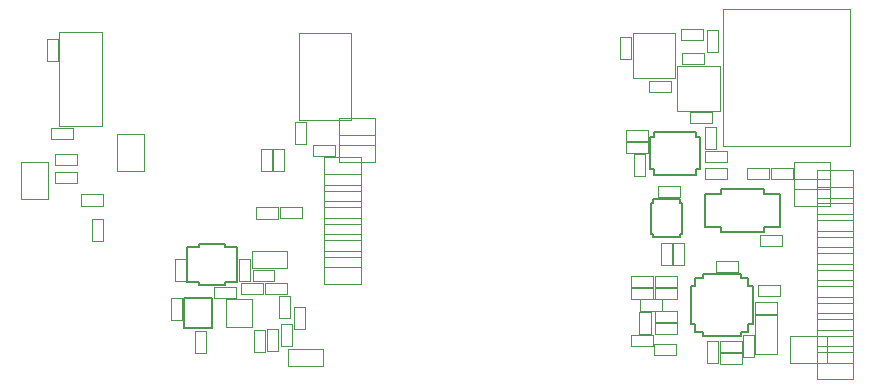
<source format=gbr>
G04 #@! TF.GenerationSoftware,KiCad,Pcbnew,5.1.2-f72e74a~84~ubuntu18.04.1*
G04 #@! TF.CreationDate,2019-06-03T11:10:06+01:00*
G04 #@! TF.ProjectId,HealthMonitor,4865616c-7468-44d6-9f6e-69746f722e6b,rev?*
G04 #@! TF.SameCoordinates,Original*
G04 #@! TF.FileFunction,Other,User*
%FSLAX46Y46*%
G04 Gerber Fmt 4.6, Leading zero omitted, Abs format (unit mm)*
G04 Created by KiCad (PCBNEW 5.1.2-f72e74a~84~ubuntu18.04.1) date 2019-06-03 11:10:06*
%MOMM*%
%LPD*%
G04 APERTURE LIST*
%ADD10C,0.050000*%
%ADD11C,0.152400*%
G04 APERTURE END LIST*
D10*
X158900000Y-102405000D02*
X157960000Y-102405000D01*
X157960000Y-102405000D02*
X157960000Y-100545000D01*
X157960000Y-100545000D02*
X158900000Y-100545000D01*
X158900000Y-100545000D02*
X158900000Y-102405000D01*
X170070000Y-110385000D02*
X159290000Y-110385000D01*
X159290000Y-110385000D02*
X159290000Y-98785000D01*
X159290000Y-98785000D02*
X170070000Y-98785000D01*
X170070000Y-98785000D02*
X170070000Y-110385000D01*
X106820000Y-115410000D02*
X104960000Y-115410000D01*
X106820000Y-114470000D02*
X106820000Y-115410000D01*
X104960000Y-114470000D02*
X106820000Y-114470000D01*
X104960000Y-115410000D02*
X104960000Y-114470000D01*
X106770000Y-118405000D02*
X105830000Y-118405000D01*
X105830000Y-118405000D02*
X105830000Y-116545000D01*
X105830000Y-116545000D02*
X106770000Y-116545000D01*
X106770000Y-116545000D02*
X106770000Y-118405000D01*
X107950000Y-109380000D02*
X107950000Y-112480000D01*
X110250000Y-109380000D02*
X107950000Y-109380000D01*
X110250000Y-112480000D02*
X110250000Y-109380000D01*
X107950000Y-112480000D02*
X110250000Y-112480000D01*
X99860000Y-114860000D02*
X102160000Y-114860000D01*
X102160000Y-114860000D02*
X102160000Y-111760000D01*
X102160000Y-111760000D02*
X99860000Y-111760000D01*
X99860000Y-111760000D02*
X99860000Y-114860000D01*
X125510000Y-111340000D02*
X125510000Y-113640000D01*
X125510000Y-113640000D02*
X128610000Y-113640000D01*
X128610000Y-113640000D02*
X128610000Y-111340000D01*
X128610000Y-111340000D02*
X125510000Y-111340000D01*
X128610000Y-115540000D02*
X125510000Y-115540000D01*
X128610000Y-117840000D02*
X128610000Y-115540000D01*
X125510000Y-117840000D02*
X128610000Y-117840000D01*
X125510000Y-115540000D02*
X125510000Y-117840000D01*
X123650000Y-115550000D02*
X123650000Y-116490000D01*
X123650000Y-116490000D02*
X121790000Y-116490000D01*
X121790000Y-116490000D02*
X121790000Y-115550000D01*
X121790000Y-115550000D02*
X123650000Y-115550000D01*
X119780000Y-116510000D02*
X119780000Y-115570000D01*
X119780000Y-115570000D02*
X121640000Y-115570000D01*
X121640000Y-115570000D02*
X121640000Y-116510000D01*
X121640000Y-116510000D02*
X119780000Y-116510000D01*
X113800000Y-121770000D02*
X112860000Y-121770000D01*
X112860000Y-121770000D02*
X112860000Y-119910000D01*
X112860000Y-119910000D02*
X113800000Y-119910000D01*
X113800000Y-119910000D02*
X113800000Y-121770000D01*
X122630000Y-124900000D02*
X121690000Y-124900000D01*
X121690000Y-124900000D02*
X121690000Y-123040000D01*
X121690000Y-123040000D02*
X122630000Y-123040000D01*
X122630000Y-123040000D02*
X122630000Y-124900000D01*
X121310000Y-120870000D02*
X121310000Y-121810000D01*
X121310000Y-121810000D02*
X119450000Y-121810000D01*
X119450000Y-121810000D02*
X119450000Y-120870000D01*
X119450000Y-120870000D02*
X121310000Y-120870000D01*
X114575000Y-126000000D02*
X115515000Y-126000000D01*
X115515000Y-126000000D02*
X115515000Y-127860000D01*
X115515000Y-127860000D02*
X114575000Y-127860000D01*
X114575000Y-127860000D02*
X114575000Y-126000000D01*
X120510000Y-122920000D02*
X120510000Y-121980000D01*
X120510000Y-121980000D02*
X122370000Y-121980000D01*
X122370000Y-121980000D02*
X122370000Y-122920000D01*
X122370000Y-122920000D02*
X120510000Y-122920000D01*
X104550000Y-111020000D02*
X104550000Y-111960000D01*
X104550000Y-111960000D02*
X102690000Y-111960000D01*
X102690000Y-111960000D02*
X102690000Y-111020000D01*
X102690000Y-111020000D02*
X104550000Y-111020000D01*
X104560000Y-112545000D02*
X104560000Y-113485000D01*
X104560000Y-113485000D02*
X102700000Y-113485000D01*
X102700000Y-113485000D02*
X102700000Y-112545000D01*
X102700000Y-112545000D02*
X104560000Y-112545000D01*
X123060000Y-108360000D02*
X124000000Y-108360000D01*
X124000000Y-108360000D02*
X124000000Y-110220000D01*
X124000000Y-110220000D02*
X123060000Y-110220000D01*
X123060000Y-110220000D02*
X123060000Y-108360000D01*
X118090000Y-122280000D02*
X118090000Y-123220000D01*
X118090000Y-123220000D02*
X116230000Y-123220000D01*
X116230000Y-123220000D02*
X116230000Y-122280000D01*
X116230000Y-122280000D02*
X118090000Y-122280000D01*
X119412500Y-120720000D02*
X119412500Y-119260000D01*
X119412500Y-119260000D02*
X122372500Y-119260000D01*
X122372500Y-119260000D02*
X122372500Y-120720000D01*
X122372500Y-120720000D02*
X119412500Y-120720000D01*
X120345000Y-121990000D02*
X120345000Y-122930000D01*
X120345000Y-122930000D02*
X118485000Y-122930000D01*
X118485000Y-122930000D02*
X118485000Y-121990000D01*
X118485000Y-121990000D02*
X120345000Y-121990000D01*
X123870000Y-125830000D02*
X122930000Y-125830000D01*
X122930000Y-125830000D02*
X122930000Y-123970000D01*
X122930000Y-123970000D02*
X123870000Y-123970000D01*
X123870000Y-123970000D02*
X123870000Y-125830000D01*
X120700000Y-125900000D02*
X121640000Y-125900000D01*
X121640000Y-125900000D02*
X121640000Y-127760000D01*
X121640000Y-127760000D02*
X120700000Y-127760000D01*
X120700000Y-127760000D02*
X120700000Y-125900000D01*
X119550000Y-125980000D02*
X120490000Y-125980000D01*
X120490000Y-125980000D02*
X120490000Y-127840000D01*
X120490000Y-127840000D02*
X119550000Y-127840000D01*
X119550000Y-127840000D02*
X119550000Y-125980000D01*
X118310000Y-119960000D02*
X119250000Y-119960000D01*
X119250000Y-119960000D02*
X119250000Y-121820000D01*
X119250000Y-121820000D02*
X118310000Y-121820000D01*
X118310000Y-121820000D02*
X118310000Y-119960000D01*
X102975000Y-103145000D02*
X102035000Y-103145000D01*
X102035000Y-103145000D02*
X102035000Y-101285000D01*
X102035000Y-101285000D02*
X102975000Y-101285000D01*
X102975000Y-101285000D02*
X102975000Y-103145000D01*
X124590000Y-111210000D02*
X124590000Y-110270000D01*
X124590000Y-110270000D02*
X126450000Y-110270000D01*
X126450000Y-110270000D02*
X126450000Y-111210000D01*
X126450000Y-111210000D02*
X124590000Y-111210000D01*
X122125000Y-112520000D02*
X121185000Y-112520000D01*
X121185000Y-112520000D02*
X121185000Y-110660000D01*
X121185000Y-110660000D02*
X122125000Y-110660000D01*
X122125000Y-110660000D02*
X122125000Y-112520000D01*
X112510000Y-123210000D02*
X113450000Y-123210000D01*
X113450000Y-123210000D02*
X113450000Y-125070000D01*
X113450000Y-125070000D02*
X112510000Y-125070000D01*
X112510000Y-125070000D02*
X112510000Y-123210000D01*
X120135000Y-110660000D02*
X121075000Y-110660000D01*
X121075000Y-110660000D02*
X121075000Y-112520000D01*
X121075000Y-112520000D02*
X120135000Y-112520000D01*
X120135000Y-112520000D02*
X120135000Y-110660000D01*
X125510000Y-119740000D02*
X125510000Y-122040000D01*
X125510000Y-122040000D02*
X128610000Y-122040000D01*
X128610000Y-122040000D02*
X128610000Y-119740000D01*
X128610000Y-119740000D02*
X125510000Y-119740000D01*
X123380000Y-100790000D02*
X123380000Y-108190000D01*
X123380000Y-108190000D02*
X127830000Y-108190000D01*
X127830000Y-108190000D02*
X127830000Y-100790000D01*
X127830000Y-100790000D02*
X123380000Y-100790000D01*
X128610000Y-112740000D02*
X125510000Y-112740000D01*
X128610000Y-115040000D02*
X128610000Y-112740000D01*
X125510000Y-115040000D02*
X128610000Y-115040000D01*
X125510000Y-112740000D02*
X125510000Y-115040000D01*
X104260000Y-108845000D02*
X104260000Y-109785000D01*
X104260000Y-109785000D02*
X102400000Y-109785000D01*
X102400000Y-109785000D02*
X102400000Y-108845000D01*
X102400000Y-108845000D02*
X104260000Y-108845000D01*
X128610000Y-118340000D02*
X125510000Y-118340000D01*
X128610000Y-120640000D02*
X128610000Y-118340000D01*
X125510000Y-120640000D02*
X128610000Y-120640000D01*
X125510000Y-118340000D02*
X125510000Y-120640000D01*
X129860000Y-108000000D02*
X126760000Y-108000000D01*
X129860000Y-110300000D02*
X129860000Y-108000000D01*
X126760000Y-110300000D02*
X129860000Y-110300000D01*
X126760000Y-108000000D02*
X126760000Y-110300000D01*
X125510000Y-116940000D02*
X125510000Y-119240000D01*
X125510000Y-119240000D02*
X128610000Y-119240000D01*
X128610000Y-119240000D02*
X128610000Y-116940000D01*
X128610000Y-116940000D02*
X125510000Y-116940000D01*
X126760000Y-109400000D02*
X126760000Y-111700000D01*
X126760000Y-111700000D02*
X129860000Y-111700000D01*
X129860000Y-111700000D02*
X129860000Y-109400000D01*
X129860000Y-109400000D02*
X126760000Y-109400000D01*
X125420000Y-128980000D02*
X122460000Y-128980000D01*
X125420000Y-127520000D02*
X125420000Y-128980000D01*
X122460000Y-127520000D02*
X125420000Y-127520000D01*
X122460000Y-128980000D02*
X122460000Y-127520000D01*
D11*
X113663900Y-125812700D02*
X113663900Y-123247300D01*
X116026100Y-125812700D02*
X113663900Y-125812700D01*
X116026100Y-123247300D02*
X116026100Y-125812700D01*
X113663900Y-123247300D02*
X116026100Y-123247300D01*
D10*
X128610000Y-114140000D02*
X125510000Y-114140000D01*
X128610000Y-116440000D02*
X128610000Y-114140000D01*
X125510000Y-116440000D02*
X128610000Y-116440000D01*
X125510000Y-114140000D02*
X125510000Y-116440000D01*
X119420000Y-125730000D02*
X117220000Y-125730000D01*
X117220000Y-125730000D02*
X117220000Y-123330000D01*
X117220000Y-123330000D02*
X119420000Y-123330000D01*
X119420000Y-123330000D02*
X119420000Y-125730000D01*
X103105000Y-108640000D02*
X106705000Y-108640000D01*
X103105000Y-100740000D02*
X106705000Y-100740000D01*
X103105000Y-108640000D02*
X103105000Y-100740000D01*
X106705000Y-108640000D02*
X106705000Y-100740000D01*
X121830000Y-125425000D02*
X122770000Y-125425000D01*
X122770000Y-125425000D02*
X122770000Y-127285000D01*
X122770000Y-127285000D02*
X121830000Y-127285000D01*
X121830000Y-127285000D02*
X121830000Y-125425000D01*
D11*
X113927401Y-121867800D02*
X113927401Y-118912200D01*
X113927401Y-118912200D02*
X114899700Y-118912200D01*
X114899700Y-118912200D02*
X114899700Y-118637400D01*
X114899700Y-118637400D02*
X117160300Y-118637400D01*
X117160300Y-118637400D02*
X117160300Y-118912200D01*
X117160300Y-118912200D02*
X118132599Y-118912200D01*
X118132599Y-118912200D02*
X118132599Y-121867800D01*
X118132599Y-121867800D02*
X117160300Y-121867800D01*
X117160300Y-121867800D02*
X117160300Y-122142600D01*
X117160300Y-122142600D02*
X114899700Y-122142600D01*
X114899700Y-122142600D02*
X114899700Y-121867800D01*
X114899700Y-121867800D02*
X113927401Y-121867800D01*
D10*
X155740000Y-101405000D02*
X155740000Y-100465000D01*
X155740000Y-100465000D02*
X157600000Y-100465000D01*
X157600000Y-100465000D02*
X157600000Y-101405000D01*
X157600000Y-101405000D02*
X155740000Y-101405000D01*
X168070000Y-128745000D02*
X168070000Y-126445000D01*
X168070000Y-126445000D02*
X164970000Y-126445000D01*
X164970000Y-126445000D02*
X164970000Y-128745000D01*
X164970000Y-128745000D02*
X168070000Y-128745000D01*
X152990000Y-104895000D02*
X154850000Y-104895000D01*
X152990000Y-105835000D02*
X152990000Y-104895000D01*
X154850000Y-105835000D02*
X152990000Y-105835000D01*
X154850000Y-104895000D02*
X154850000Y-105835000D01*
X155250000Y-100825000D02*
X155250000Y-104625000D01*
X155250000Y-104625000D02*
X151650000Y-104625000D01*
X151650000Y-104625000D02*
X151650000Y-100825000D01*
X151650000Y-100825000D02*
X155250000Y-100825000D01*
X150580000Y-101135000D02*
X151520000Y-101135000D01*
X151520000Y-101135000D02*
X151520000Y-102995000D01*
X151520000Y-102995000D02*
X150580000Y-102995000D01*
X150580000Y-102995000D02*
X150580000Y-101135000D01*
X170330000Y-114735000D02*
X170330000Y-112435000D01*
X170330000Y-112435000D02*
X167230000Y-112435000D01*
X167230000Y-112435000D02*
X167230000Y-114735000D01*
X167230000Y-114735000D02*
X170330000Y-114735000D01*
X168380000Y-114035000D02*
X168380000Y-111735000D01*
X168380000Y-111735000D02*
X165280000Y-111735000D01*
X165280000Y-111735000D02*
X165280000Y-114035000D01*
X165280000Y-114035000D02*
X168380000Y-114035000D01*
X168380000Y-115435000D02*
X168380000Y-113135000D01*
X168380000Y-113135000D02*
X165280000Y-113135000D01*
X165280000Y-113135000D02*
X165280000Y-115435000D01*
X165280000Y-115435000D02*
X168380000Y-115435000D01*
X161300000Y-113205000D02*
X161300000Y-112265000D01*
X161300000Y-112265000D02*
X163160000Y-112265000D01*
X163160000Y-112265000D02*
X163160000Y-113205000D01*
X163160000Y-113205000D02*
X161300000Y-113205000D01*
X170330000Y-121735000D02*
X170330000Y-119435000D01*
X170330000Y-119435000D02*
X167230000Y-119435000D01*
X167230000Y-119435000D02*
X167230000Y-121735000D01*
X167230000Y-121735000D02*
X170330000Y-121735000D01*
X170330000Y-118935000D02*
X170330000Y-116635000D01*
X170330000Y-116635000D02*
X167230000Y-116635000D01*
X167230000Y-116635000D02*
X167230000Y-118935000D01*
X167230000Y-118935000D02*
X170330000Y-118935000D01*
X170330000Y-120335000D02*
X170330000Y-118035000D01*
X170330000Y-118035000D02*
X167230000Y-118035000D01*
X167230000Y-118035000D02*
X167230000Y-120335000D01*
X167230000Y-120335000D02*
X170330000Y-120335000D01*
X170330000Y-116135000D02*
X170330000Y-113835000D01*
X170330000Y-113835000D02*
X167230000Y-113835000D01*
X167230000Y-113835000D02*
X167230000Y-116135000D01*
X167230000Y-116135000D02*
X170330000Y-116135000D01*
X170330000Y-117535000D02*
X170330000Y-115235000D01*
X170330000Y-115235000D02*
X167230000Y-115235000D01*
X167230000Y-115235000D02*
X167230000Y-117535000D01*
X167230000Y-117535000D02*
X170330000Y-117535000D01*
X170330000Y-123135000D02*
X170330000Y-120835000D01*
X170330000Y-120835000D02*
X167230000Y-120835000D01*
X167230000Y-120835000D02*
X167230000Y-123135000D01*
X167230000Y-123135000D02*
X170330000Y-123135000D01*
X155800000Y-103455000D02*
X155800000Y-102515000D01*
X155800000Y-102515000D02*
X157660000Y-102515000D01*
X157660000Y-102515000D02*
X157660000Y-103455000D01*
X157660000Y-103455000D02*
X155800000Y-103455000D01*
X158365000Y-107515000D02*
X158365000Y-108455000D01*
X158365000Y-108455000D02*
X156505000Y-108455000D01*
X156505000Y-108455000D02*
X156505000Y-107515000D01*
X156505000Y-107515000D02*
X158365000Y-107515000D01*
X159030000Y-103585000D02*
X159030000Y-107385000D01*
X159030000Y-107385000D02*
X155430000Y-107385000D01*
X155430000Y-107385000D02*
X155430000Y-103585000D01*
X155430000Y-103585000D02*
X159030000Y-103585000D01*
X164310000Y-117865000D02*
X164310000Y-118805000D01*
X164310000Y-118805000D02*
X162450000Y-118805000D01*
X162450000Y-118805000D02*
X162450000Y-117865000D01*
X162450000Y-117865000D02*
X164310000Y-117865000D01*
D11*
X164112099Y-114435900D02*
X164112099Y-117234100D01*
X164112099Y-117234100D02*
X162733400Y-117234100D01*
X162733400Y-117234100D02*
X162733400Y-117638400D01*
X162733400Y-117638400D02*
X159126600Y-117638400D01*
X159126600Y-117638400D02*
X159126600Y-117234100D01*
X159126600Y-117234100D02*
X157747901Y-117234100D01*
X157747901Y-117234100D02*
X157747901Y-114435900D01*
X157747901Y-114435900D02*
X159126600Y-114435900D01*
X159126600Y-114435900D02*
X159126600Y-114031600D01*
X159126600Y-114031600D02*
X162733400Y-114031600D01*
X162733400Y-114031600D02*
X162733400Y-114435900D01*
X162733400Y-114435900D02*
X164112099Y-114435900D01*
X156926000Y-126089000D02*
X156926000Y-125444000D01*
X156926000Y-125444000D02*
X156576001Y-125444000D01*
X156576001Y-125444000D02*
X156576001Y-122226000D01*
X156576001Y-122226000D02*
X156926000Y-122226000D01*
X156926000Y-122226000D02*
X156926000Y-121581000D01*
X156926000Y-121581000D02*
X157571000Y-121581000D01*
X157571000Y-121581000D02*
X157571000Y-121231001D01*
X157571000Y-121231001D02*
X160789000Y-121231001D01*
X160789000Y-121231001D02*
X160789000Y-121581000D01*
X160789000Y-121581000D02*
X161434000Y-121581000D01*
X161434000Y-121581000D02*
X161434000Y-122226000D01*
X161434000Y-122226000D02*
X161783999Y-122226000D01*
X161783999Y-122226000D02*
X161783999Y-125444000D01*
X161783999Y-125444000D02*
X161434000Y-125444000D01*
X161434000Y-125444000D02*
X161434000Y-126089000D01*
X161434000Y-126089000D02*
X160789000Y-126089000D01*
X160789000Y-126089000D02*
X160789000Y-126438999D01*
X160789000Y-126438999D02*
X157571000Y-126438999D01*
X157571000Y-126438999D02*
X157571000Y-126089000D01*
X157571000Y-126089000D02*
X156926000Y-126089000D01*
D10*
X164110000Y-122115000D02*
X164110000Y-123055000D01*
X164110000Y-123055000D02*
X162250000Y-123055000D01*
X162250000Y-123055000D02*
X162250000Y-122115000D01*
X162250000Y-122115000D02*
X164110000Y-122115000D01*
X170330000Y-128735000D02*
X170330000Y-126435000D01*
X170330000Y-126435000D02*
X167230000Y-126435000D01*
X167230000Y-126435000D02*
X167230000Y-128735000D01*
X167230000Y-128735000D02*
X170330000Y-128735000D01*
X170330000Y-127335000D02*
X170330000Y-125035000D01*
X170330000Y-125035000D02*
X167230000Y-125035000D01*
X167230000Y-125035000D02*
X167230000Y-127335000D01*
X167230000Y-127335000D02*
X170330000Y-127335000D01*
X170330000Y-130135000D02*
X170330000Y-127835000D01*
X170330000Y-127835000D02*
X167230000Y-127835000D01*
X167230000Y-127835000D02*
X167230000Y-130135000D01*
X167230000Y-130135000D02*
X170330000Y-130135000D01*
X170330000Y-124535000D02*
X170330000Y-122235000D01*
X170330000Y-122235000D02*
X167230000Y-122235000D01*
X167230000Y-122235000D02*
X167230000Y-124535000D01*
X167230000Y-124535000D02*
X170330000Y-124535000D01*
X170330000Y-125935000D02*
X170330000Y-123635000D01*
X170330000Y-123635000D02*
X167230000Y-123635000D01*
X167230000Y-123635000D02*
X167230000Y-125935000D01*
X167230000Y-125935000D02*
X170330000Y-125935000D01*
X159660000Y-112265000D02*
X159660000Y-113205000D01*
X159660000Y-113205000D02*
X157800000Y-113205000D01*
X157800000Y-113205000D02*
X157800000Y-112265000D01*
X157800000Y-112265000D02*
X159660000Y-112265000D01*
X157800000Y-111705000D02*
X157800000Y-110765000D01*
X157800000Y-110765000D02*
X159660000Y-110765000D01*
X159660000Y-110765000D02*
X159660000Y-111705000D01*
X159660000Y-111705000D02*
X157800000Y-111705000D01*
X155360000Y-121365000D02*
X155360000Y-122305000D01*
X155360000Y-122305000D02*
X153500000Y-122305000D01*
X153500000Y-122305000D02*
X153500000Y-121365000D01*
X153500000Y-121365000D02*
X155360000Y-121365000D01*
X151500000Y-122305000D02*
X151500000Y-121365000D01*
X151500000Y-121365000D02*
X153360000Y-121365000D01*
X153360000Y-121365000D02*
X153360000Y-122305000D01*
X153360000Y-122305000D02*
X151500000Y-122305000D01*
D11*
X153126601Y-112351400D02*
X153126601Y-109618600D01*
X153126601Y-109618600D02*
X153426600Y-109618600D01*
X153426600Y-109618600D02*
X153426600Y-109181600D01*
X153426600Y-109181600D02*
X157033400Y-109181600D01*
X157033400Y-109181600D02*
X157033400Y-109618600D01*
X157033400Y-109618600D02*
X157333399Y-109618600D01*
X157333399Y-109618600D02*
X157333399Y-112351400D01*
X157333399Y-112351400D02*
X157033400Y-112351400D01*
X157033400Y-112351400D02*
X157033400Y-112788400D01*
X157033400Y-112788400D02*
X153426600Y-112788400D01*
X153426600Y-112788400D02*
X153426600Y-112351400D01*
X153426600Y-112351400D02*
X153126601Y-112351400D01*
X153370837Y-114869551D02*
X155627637Y-114869551D01*
X155627637Y-114869551D02*
X155627637Y-115169550D01*
X155627637Y-115169550D02*
X155807337Y-115169550D01*
X155807337Y-115169550D02*
X155807337Y-117785750D01*
X155807337Y-117785750D02*
X155627637Y-117785750D01*
X155627637Y-117785750D02*
X155627637Y-118085749D01*
X155627637Y-118085749D02*
X153370837Y-118085749D01*
X153370837Y-118085749D02*
X153370837Y-117785750D01*
X153370837Y-117785750D02*
X153191137Y-117785750D01*
X153191137Y-117785750D02*
X153191137Y-115169550D01*
X153191137Y-115169550D02*
X153370837Y-115169550D01*
X153370837Y-115169550D02*
X153370837Y-114869551D01*
D10*
X152210000Y-124405000D02*
X153150000Y-124405000D01*
X153150000Y-124405000D02*
X153150000Y-126265000D01*
X153150000Y-126265000D02*
X152210000Y-126265000D01*
X152210000Y-126265000D02*
X152210000Y-124405000D01*
X161900000Y-128265000D02*
X160960000Y-128265000D01*
X160960000Y-128265000D02*
X160960000Y-126405000D01*
X160960000Y-126405000D02*
X161900000Y-126405000D01*
X161900000Y-126405000D02*
X161900000Y-128265000D01*
X161985000Y-124555000D02*
X161985000Y-123615000D01*
X161985000Y-123615000D02*
X163845000Y-123615000D01*
X163845000Y-123615000D02*
X163845000Y-124555000D01*
X163845000Y-124555000D02*
X161985000Y-124555000D01*
X157960000Y-126905000D02*
X158900000Y-126905000D01*
X158900000Y-126905000D02*
X158900000Y-128765000D01*
X158900000Y-128765000D02*
X157960000Y-128765000D01*
X157960000Y-128765000D02*
X157960000Y-126905000D01*
X152910000Y-109015000D02*
X152910000Y-109955000D01*
X152910000Y-109955000D02*
X151050000Y-109955000D01*
X151050000Y-109955000D02*
X151050000Y-109015000D01*
X151050000Y-109015000D02*
X152910000Y-109015000D01*
X155679237Y-113757650D02*
X155679237Y-114697650D01*
X155679237Y-114697650D02*
X153819237Y-114697650D01*
X153819237Y-114697650D02*
X153819237Y-113757650D01*
X153819237Y-113757650D02*
X155679237Y-113757650D01*
X155969237Y-120407650D02*
X155029237Y-120407650D01*
X155029237Y-120407650D02*
X155029237Y-118547650D01*
X155029237Y-118547650D02*
X155969237Y-118547650D01*
X155969237Y-118547650D02*
X155969237Y-120407650D01*
X151515000Y-123305000D02*
X151515000Y-122365000D01*
X151515000Y-122365000D02*
X153375000Y-122365000D01*
X153375000Y-122365000D02*
X153375000Y-123305000D01*
X153375000Y-123305000D02*
X151515000Y-123305000D01*
X155345000Y-127115000D02*
X155345000Y-128055000D01*
X155345000Y-128055000D02*
X153485000Y-128055000D01*
X153485000Y-128055000D02*
X153485000Y-127115000D01*
X153485000Y-127115000D02*
X155345000Y-127115000D01*
X151500000Y-127305000D02*
X151500000Y-126365000D01*
X151500000Y-126365000D02*
X153360000Y-126365000D01*
X153360000Y-126365000D02*
X153360000Y-127305000D01*
X153360000Y-127305000D02*
X151500000Y-127305000D01*
X155360000Y-125365000D02*
X155360000Y-126305000D01*
X155360000Y-126305000D02*
X153500000Y-126305000D01*
X153500000Y-126305000D02*
X153500000Y-125365000D01*
X153500000Y-125365000D02*
X155360000Y-125365000D01*
X158700000Y-110665000D02*
X157760000Y-110665000D01*
X157760000Y-110665000D02*
X157760000Y-108805000D01*
X157760000Y-108805000D02*
X158700000Y-108805000D01*
X158700000Y-108805000D02*
X158700000Y-110665000D01*
X163315000Y-113205000D02*
X163315000Y-112265000D01*
X163315000Y-112265000D02*
X165175000Y-112265000D01*
X165175000Y-112265000D02*
X165175000Y-113205000D01*
X165175000Y-113205000D02*
X163315000Y-113205000D01*
X155360000Y-122365000D02*
X155360000Y-123305000D01*
X155360000Y-123305000D02*
X153500000Y-123305000D01*
X153500000Y-123305000D02*
X153500000Y-122365000D01*
X153500000Y-122365000D02*
X155360000Y-122365000D01*
X154969237Y-120407650D02*
X154029237Y-120407650D01*
X154029237Y-120407650D02*
X154029237Y-118547650D01*
X154029237Y-118547650D02*
X154969237Y-118547650D01*
X154969237Y-118547650D02*
X154969237Y-120407650D01*
X151760000Y-111055000D02*
X152700000Y-111055000D01*
X152700000Y-111055000D02*
X152700000Y-112915000D01*
X152700000Y-112915000D02*
X151760000Y-112915000D01*
X151760000Y-112915000D02*
X151760000Y-111055000D01*
X152910000Y-110015000D02*
X152910000Y-110955000D01*
X152910000Y-110955000D02*
X151050000Y-110955000D01*
X151050000Y-110955000D02*
X151050000Y-110015000D01*
X151050000Y-110015000D02*
X152910000Y-110015000D01*
X155360000Y-124365000D02*
X155360000Y-125305000D01*
X155360000Y-125305000D02*
X153500000Y-125305000D01*
X153500000Y-125305000D02*
X153500000Y-124365000D01*
X153500000Y-124365000D02*
X155360000Y-124365000D01*
X154110000Y-123365000D02*
X154110000Y-124305000D01*
X154110000Y-124305000D02*
X152250000Y-124305000D01*
X152250000Y-124305000D02*
X152250000Y-123365000D01*
X152250000Y-123365000D02*
X154110000Y-123365000D01*
X159000000Y-127805000D02*
X159000000Y-126865000D01*
X159000000Y-126865000D02*
X160860000Y-126865000D01*
X160860000Y-126865000D02*
X160860000Y-127805000D01*
X160860000Y-127805000D02*
X159000000Y-127805000D01*
X160560000Y-120115000D02*
X160560000Y-121055000D01*
X160560000Y-121055000D02*
X158700000Y-121055000D01*
X158700000Y-121055000D02*
X158700000Y-120115000D01*
X158700000Y-120115000D02*
X160560000Y-120115000D01*
X160860000Y-127865000D02*
X160860000Y-128805000D01*
X160860000Y-128805000D02*
X159000000Y-128805000D01*
X159000000Y-128805000D02*
X159000000Y-127865000D01*
X159000000Y-127865000D02*
X160860000Y-127865000D01*
X161980000Y-124655000D02*
X163880000Y-124655000D01*
X163880000Y-124655000D02*
X163880000Y-128015000D01*
X163880000Y-128015000D02*
X161980000Y-128015000D01*
X161980000Y-128015000D02*
X161980000Y-124655000D01*
M02*

</source>
